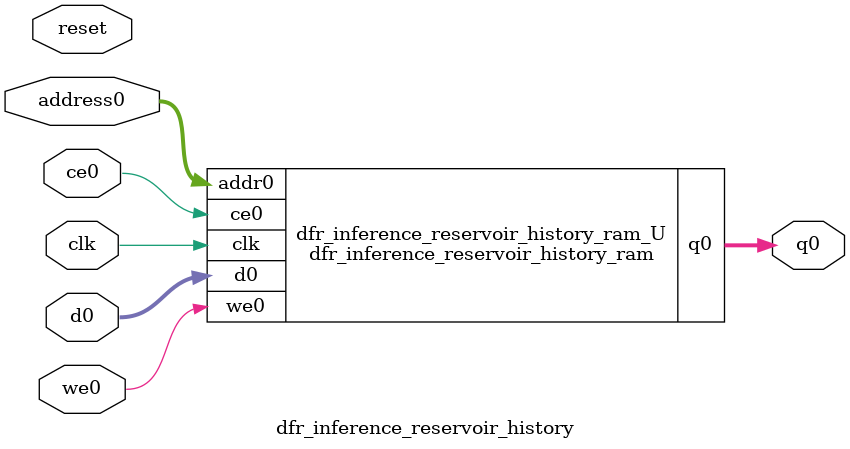
<source format=v>
`timescale 1 ns / 1 ps
module dfr_inference_reservoir_history_ram (addr0, ce0, d0, we0, q0,  clk);

parameter DWIDTH = 16;
parameter AWIDTH = 19;
parameter MEM_SIZE = 508200;

input[AWIDTH-1:0] addr0;
input ce0;
input[DWIDTH-1:0] d0;
input we0;
output reg[DWIDTH-1:0] q0;
input clk;

reg [DWIDTH-1:0] ram[0:MEM_SIZE-1];




always @(posedge clk)  
begin 
    if (ce0) begin
        if (we0) 
            ram[addr0] <= d0; 
        q0 <= ram[addr0];
    end
end


endmodule

`timescale 1 ns / 1 ps
module dfr_inference_reservoir_history(
    reset,
    clk,
    address0,
    ce0,
    we0,
    d0,
    q0);

parameter DataWidth = 32'd16;
parameter AddressRange = 32'd508200;
parameter AddressWidth = 32'd19;
input reset;
input clk;
input[AddressWidth - 1:0] address0;
input ce0;
input we0;
input[DataWidth - 1:0] d0;
output[DataWidth - 1:0] q0;



dfr_inference_reservoir_history_ram dfr_inference_reservoir_history_ram_U(
    .clk( clk ),
    .addr0( address0 ),
    .ce0( ce0 ),
    .we0( we0 ),
    .d0( d0 ),
    .q0( q0 ));

endmodule


</source>
